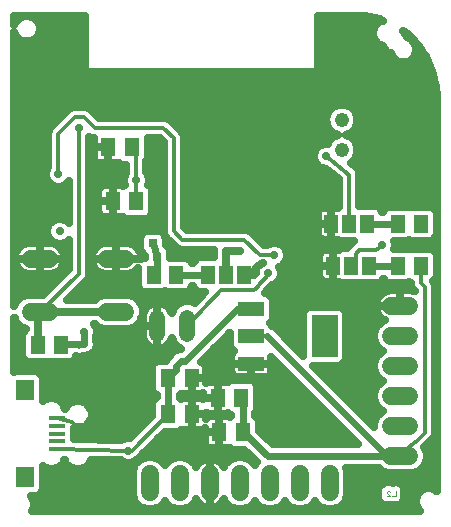
<source format=gbl>
G75*
%MOIN*%
%OFA0B0*%
%FSLAX25Y25*%
%IPPOS*%
%LPD*%
%AMOC8*
5,1,8,0,0,1.08239X$1,22.5*
%
%ADD10C,0.00200*%
%ADD11C,0.06000*%
%ADD12R,0.05118X0.06299*%
%ADD13C,0.04800*%
%ADD14R,0.05118X0.05906*%
%ADD15R,0.04600X0.06300*%
%ADD16R,0.08799X0.04799*%
%ADD17R,0.08661X0.14173*%
%ADD18R,0.05906X0.07087*%
%ADD19R,0.05512X0.01575*%
%ADD20C,0.05400*%
%ADD21C,0.02500*%
%ADD22C,0.01200*%
%ADD23C,0.02900*%
%ADD24C,0.02778*%
%ADD25R,0.02900X0.02900*%
%ADD26C,0.02400*%
%ADD27C,0.02200*%
D10*
X0167840Y0044533D02*
X0169041Y0044533D01*
X0167840Y0045734D01*
X0167840Y0046034D01*
X0168140Y0046335D01*
X0168741Y0046335D01*
X0169041Y0046034D01*
X0169681Y0044533D02*
X0170883Y0044533D01*
X0170883Y0046335D01*
D11*
X0169433Y0057933D02*
X0175433Y0057933D01*
X0175433Y0067933D02*
X0169433Y0067933D01*
X0169433Y0077933D02*
X0175433Y0077933D01*
X0175433Y0087933D02*
X0169433Y0087933D01*
X0169433Y0097933D02*
X0175433Y0097933D01*
X0175433Y0107933D02*
X0169433Y0107933D01*
X0148933Y0051933D02*
X0148933Y0045933D01*
X0138933Y0045933D02*
X0138933Y0051933D01*
X0128933Y0051933D02*
X0128933Y0045933D01*
X0118933Y0045933D02*
X0118933Y0051933D01*
X0108933Y0051933D02*
X0108933Y0045933D01*
X0098933Y0045933D02*
X0098933Y0051933D01*
X0088933Y0051933D02*
X0088933Y0045933D01*
X0080733Y0106033D02*
X0074733Y0106033D01*
X0074733Y0123833D02*
X0080733Y0123833D01*
X0055133Y0123833D02*
X0049133Y0123833D01*
X0049133Y0106033D02*
X0055133Y0106033D01*
D12*
X0076496Y0142933D03*
X0084370Y0142933D03*
X0082870Y0160933D03*
X0074996Y0160933D03*
X0094996Y0083933D03*
X0102870Y0083933D03*
X0111496Y0077433D03*
X0119370Y0077433D03*
X0119870Y0065933D03*
X0111996Y0065933D03*
X0102870Y0071933D03*
X0094996Y0071933D03*
D13*
X0152933Y0159933D03*
X0152933Y0169933D03*
D14*
X0171693Y0135433D03*
X0179173Y0135433D03*
X0179173Y0121433D03*
X0171693Y0121433D03*
X0097673Y0118433D03*
X0090193Y0118433D03*
X0059173Y0094933D03*
X0051693Y0094933D03*
D15*
X0108433Y0118433D03*
X0114433Y0118433D03*
X0120433Y0118433D03*
X0149933Y0121433D03*
X0155933Y0121433D03*
X0161933Y0121433D03*
X0161433Y0135433D03*
X0155433Y0135433D03*
X0149433Y0135433D03*
D16*
X0122732Y0107031D03*
X0122732Y0097933D03*
X0122732Y0088835D03*
D17*
X0147134Y0097933D03*
D18*
X0047433Y0050929D03*
X0047433Y0079937D03*
D19*
X0058063Y0070551D03*
X0058063Y0067992D03*
X0058063Y0065433D03*
X0058063Y0062874D03*
X0058063Y0060315D03*
D20*
X0091433Y0098733D02*
X0091433Y0104133D01*
X0101433Y0104133D02*
X0101433Y0098733D01*
D21*
X0099325Y0093707D02*
X0098346Y0094113D01*
X0096813Y0095646D01*
X0096153Y0097240D01*
X0096020Y0096833D01*
X0095667Y0096139D01*
X0095209Y0095508D01*
X0094658Y0094957D01*
X0094027Y0094499D01*
X0093333Y0094146D01*
X0092592Y0093905D01*
X0091823Y0093783D01*
X0091433Y0093783D01*
X0091433Y0101433D01*
X0091433Y0101433D01*
X0086483Y0101433D01*
X0086483Y0098343D01*
X0086605Y0097574D01*
X0086846Y0096833D01*
X0087199Y0096139D01*
X0087657Y0095508D01*
X0088208Y0094957D01*
X0088839Y0094499D01*
X0089533Y0094146D01*
X0090274Y0093905D01*
X0091043Y0093783D01*
X0091433Y0093783D01*
X0091433Y0101433D01*
X0091433Y0101433D01*
X0086483Y0101433D01*
X0086483Y0104523D01*
X0086605Y0105292D01*
X0086846Y0106033D01*
X0087199Y0106727D01*
X0087657Y0107358D01*
X0088208Y0107909D01*
X0088839Y0108367D01*
X0089533Y0108720D01*
X0090274Y0108961D01*
X0091043Y0109083D01*
X0091433Y0109083D01*
X0091433Y0101433D01*
X0091433Y0101433D01*
X0091433Y0109083D01*
X0091823Y0109083D01*
X0092592Y0108961D01*
X0093333Y0108720D01*
X0094027Y0108367D01*
X0094658Y0107909D01*
X0095209Y0107358D01*
X0095667Y0106727D01*
X0096020Y0106033D01*
X0096153Y0105626D01*
X0096813Y0107220D01*
X0098346Y0108753D01*
X0100349Y0109583D01*
X0102517Y0109583D01*
X0104007Y0108966D01*
X0107423Y0112533D01*
X0105586Y0112533D01*
X0104575Y0112952D01*
X0103802Y0113725D01*
X0103446Y0114583D01*
X0102837Y0114583D01*
X0102564Y0113923D01*
X0101790Y0113149D01*
X0100779Y0112730D01*
X0094567Y0112730D01*
X0093933Y0112993D01*
X0093299Y0112730D01*
X0087087Y0112730D01*
X0086076Y0113149D01*
X0085303Y0113923D01*
X0084884Y0114933D01*
X0084884Y0120614D01*
X0084738Y0120413D01*
X0084153Y0119829D01*
X0083485Y0119343D01*
X0082748Y0118968D01*
X0081962Y0118712D01*
X0081146Y0118583D01*
X0077733Y0118583D01*
X0077733Y0123833D01*
X0077733Y0123833D01*
X0069483Y0123833D01*
X0069483Y0123420D01*
X0069612Y0122604D01*
X0069868Y0121818D01*
X0070243Y0121081D01*
X0070729Y0120413D01*
X0071313Y0119829D01*
X0071981Y0119343D01*
X0072718Y0118968D01*
X0073504Y0118712D01*
X0074320Y0118583D01*
X0077733Y0118583D01*
X0077733Y0123833D01*
X0077733Y0123833D01*
X0081996Y0123833D01*
X0085598Y0125848D02*
X0085223Y0126585D01*
X0084738Y0127253D01*
X0084153Y0127838D01*
X0083485Y0128323D01*
X0082748Y0128698D01*
X0081962Y0128954D01*
X0081146Y0129083D01*
X0077733Y0129083D01*
X0074320Y0129083D01*
X0073504Y0128954D01*
X0072718Y0128698D01*
X0071981Y0128323D01*
X0071313Y0127838D01*
X0070729Y0127253D01*
X0070243Y0126585D01*
X0069868Y0125848D01*
X0069612Y0125062D01*
X0069483Y0124246D01*
X0069483Y0123833D01*
X0077733Y0123833D01*
X0077733Y0129083D01*
X0077733Y0123833D01*
X0077733Y0123833D01*
X0077733Y0123833D01*
X0085983Y0123833D01*
X0085983Y0123624D01*
X0086076Y0123717D01*
X0087087Y0124136D01*
X0087233Y0124136D01*
X0087233Y0124542D01*
X0087047Y0125102D01*
X0086925Y0125152D01*
X0086152Y0125925D01*
X0085733Y0126936D01*
X0085733Y0130930D01*
X0086152Y0131941D01*
X0086925Y0132714D01*
X0087936Y0133133D01*
X0091930Y0133133D01*
X0092941Y0132714D01*
X0093714Y0131941D01*
X0094133Y0130930D01*
X0094133Y0128824D01*
X0094320Y0128265D01*
X0094441Y0128214D01*
X0095214Y0127441D01*
X0095633Y0126430D01*
X0095633Y0124136D01*
X0100779Y0124136D01*
X0101790Y0123717D01*
X0102564Y0122944D01*
X0102837Y0122283D01*
X0103446Y0122283D01*
X0103802Y0123141D01*
X0104575Y0123914D01*
X0105586Y0124333D01*
X0110433Y0124333D01*
X0110433Y0126733D01*
X0099117Y0126733D01*
X0097885Y0127243D01*
X0096943Y0128185D01*
X0094093Y0131035D01*
X0093583Y0132267D01*
X0093583Y0162545D01*
X0092045Y0164083D01*
X0088179Y0164083D01*
X0088179Y0157236D01*
X0087783Y0156280D01*
X0087783Y0152523D01*
X0087994Y0152312D01*
X0088633Y0150769D01*
X0088633Y0149098D01*
X0088370Y0148462D01*
X0088487Y0148414D01*
X0089260Y0147640D01*
X0089679Y0146630D01*
X0089679Y0139236D01*
X0089260Y0138226D01*
X0088487Y0137452D01*
X0087476Y0137033D01*
X0081264Y0137033D01*
X0080253Y0137452D01*
X0079984Y0137722D01*
X0079924Y0137687D01*
X0079351Y0137533D01*
X0076526Y0137533D01*
X0076526Y0142903D01*
X0076467Y0142903D01*
X0076467Y0137533D01*
X0073641Y0137533D01*
X0073069Y0137687D01*
X0072555Y0137983D01*
X0072137Y0138402D01*
X0071840Y0138915D01*
X0071687Y0139487D01*
X0071687Y0142904D01*
X0076466Y0142904D01*
X0076466Y0142963D01*
X0071687Y0142963D01*
X0071687Y0146379D01*
X0071840Y0146951D01*
X0072137Y0147464D01*
X0072555Y0147883D01*
X0073069Y0148179D01*
X0073641Y0148333D01*
X0076467Y0148333D01*
X0076467Y0142963D01*
X0076526Y0142963D01*
X0076526Y0148333D01*
X0079351Y0148333D01*
X0079924Y0148179D01*
X0079984Y0148145D01*
X0080253Y0148414D01*
X0080478Y0148507D01*
X0080233Y0149098D01*
X0080233Y0150769D01*
X0080872Y0152312D01*
X0081083Y0152523D01*
X0081083Y0155033D01*
X0079764Y0155033D01*
X0078753Y0155452D01*
X0078484Y0155722D01*
X0078424Y0155687D01*
X0077851Y0155533D01*
X0075026Y0155533D01*
X0075026Y0160903D01*
X0074967Y0160903D01*
X0074967Y0155533D01*
X0072141Y0155533D01*
X0071569Y0155687D01*
X0071055Y0155983D01*
X0070637Y0156402D01*
X0070340Y0156915D01*
X0070187Y0157487D01*
X0070187Y0160904D01*
X0074966Y0160904D01*
X0074966Y0160963D01*
X0070187Y0160963D01*
X0070187Y0164083D01*
X0069787Y0164083D01*
X0068783Y0164499D01*
X0068783Y0119466D01*
X0068795Y0119435D01*
X0068783Y0118801D01*
X0068783Y0118167D01*
X0068770Y0118136D01*
X0068770Y0118103D01*
X0068516Y0117521D01*
X0068273Y0116935D01*
X0068250Y0116912D01*
X0068236Y0116881D01*
X0067779Y0116442D01*
X0067331Y0115993D01*
X0067300Y0115980D01*
X0061120Y0110033D01*
X0070601Y0110033D01*
X0071476Y0110908D01*
X0073589Y0111783D01*
X0081877Y0111783D01*
X0083990Y0110908D01*
X0085608Y0109290D01*
X0086483Y0107177D01*
X0086483Y0104889D01*
X0085608Y0102776D01*
X0083990Y0101158D01*
X0081877Y0100283D01*
X0073589Y0100283D01*
X0071476Y0101158D01*
X0070601Y0102033D01*
X0070273Y0102033D01*
X0070494Y0101812D01*
X0071133Y0100269D01*
X0071133Y0098598D01*
X0070883Y0097994D01*
X0070883Y0096872D01*
X0071133Y0096269D01*
X0071133Y0094598D01*
X0070494Y0093054D01*
X0069312Y0091872D01*
X0067769Y0091233D01*
X0066462Y0091233D01*
X0066099Y0091083D01*
X0064767Y0091083D01*
X0064400Y0091235D01*
X0064064Y0090423D01*
X0063290Y0089649D01*
X0062279Y0089230D01*
X0056067Y0089230D01*
X0055433Y0089493D01*
X0054799Y0089230D01*
X0048587Y0089230D01*
X0047576Y0089649D01*
X0046803Y0090423D01*
X0046384Y0091433D01*
X0046384Y0098433D01*
X0046803Y0099444D01*
X0047576Y0100217D01*
X0047693Y0100266D01*
X0047693Y0100406D01*
X0045876Y0101158D01*
X0044258Y0102776D01*
X0043783Y0103924D01*
X0043783Y0086168D01*
X0043933Y0086230D01*
X0050933Y0086230D01*
X0051944Y0085812D01*
X0052717Y0085038D01*
X0053136Y0084027D01*
X0053136Y0076210D01*
X0053589Y0076663D01*
X0055215Y0077337D01*
X0056974Y0077337D01*
X0058600Y0076663D01*
X0059844Y0075419D01*
X0060518Y0073793D01*
X0060518Y0073589D01*
X0060770Y0073589D01*
X0061100Y0074384D01*
X0062372Y0075656D01*
X0064034Y0076344D01*
X0065832Y0076344D01*
X0067494Y0075656D01*
X0068766Y0074384D01*
X0069455Y0072722D01*
X0069455Y0070923D01*
X0068766Y0069262D01*
X0067494Y0067990D01*
X0065832Y0067301D01*
X0064034Y0067301D01*
X0063569Y0067494D01*
X0063569Y0063550D01*
X0079316Y0063217D01*
X0079422Y0063324D01*
X0080943Y0063954D01*
X0082279Y0063954D01*
X0089687Y0071362D01*
X0089687Y0075630D01*
X0090106Y0076640D01*
X0090879Y0077414D01*
X0091146Y0077525D01*
X0091146Y0078342D01*
X0090879Y0078452D01*
X0090106Y0079226D01*
X0089687Y0080236D01*
X0089687Y0087630D01*
X0090106Y0088640D01*
X0090879Y0089414D01*
X0091890Y0089833D01*
X0094237Y0089833D01*
X0094447Y0090340D01*
X0095530Y0091423D01*
X0095530Y0091423D01*
X0095970Y0091864D01*
X0095970Y0091864D01*
X0097053Y0092947D01*
X0098468Y0093533D01*
X0099151Y0093533D01*
X0099325Y0093707D01*
X0098862Y0093899D02*
X0092554Y0093899D01*
X0091433Y0093899D02*
X0091433Y0093899D01*
X0090313Y0093899D02*
X0070844Y0093899D01*
X0071080Y0096397D02*
X0087068Y0096397D01*
X0086483Y0098896D02*
X0071133Y0098896D01*
X0071240Y0101394D02*
X0070667Y0101394D01*
X0077733Y0106033D02*
X0052133Y0106033D01*
X0051693Y0106033D01*
X0051693Y0094933D01*
X0046384Y0093899D02*
X0043783Y0093899D01*
X0043783Y0096397D02*
X0046384Y0096397D01*
X0046576Y0098896D02*
X0043783Y0098896D01*
X0043783Y0101394D02*
X0045640Y0101394D01*
X0043796Y0103893D02*
X0043783Y0103893D01*
X0043783Y0108142D02*
X0043783Y0199346D01*
X0044330Y0198026D01*
X0045526Y0196830D01*
X0047088Y0196183D01*
X0048778Y0196183D01*
X0050340Y0196830D01*
X0051536Y0198026D01*
X0052183Y0199588D01*
X0052183Y0201278D01*
X0051536Y0202840D01*
X0050340Y0204036D01*
X0048778Y0204683D01*
X0047088Y0204683D01*
X0045526Y0204036D01*
X0044330Y0202840D01*
X0043783Y0201520D01*
X0043783Y0204784D01*
X0067433Y0204784D01*
X0067433Y0185933D01*
X0144933Y0185933D01*
X0144933Y0204784D01*
X0157835Y0204784D01*
X0160468Y0204633D01*
X0165630Y0203561D01*
X0166555Y0203169D01*
X0165026Y0202536D01*
X0163830Y0201340D01*
X0163183Y0199778D01*
X0163183Y0198088D01*
X0163830Y0196526D01*
X0165026Y0195330D01*
X0166552Y0194698D01*
X0166830Y0194026D01*
X0168026Y0192830D01*
X0169302Y0192302D01*
X0169830Y0191026D01*
X0171026Y0189830D01*
X0172588Y0189183D01*
X0174278Y0189183D01*
X0175840Y0189830D01*
X0177036Y0191026D01*
X0177683Y0192588D01*
X0177683Y0194278D01*
X0177036Y0195840D01*
X0175840Y0197036D01*
X0174565Y0197565D01*
X0174036Y0198840D01*
X0173263Y0199613D01*
X0174844Y0198538D01*
X0178541Y0194780D01*
X0181434Y0190372D01*
X0183411Y0185484D01*
X0184397Y0180305D01*
X0184504Y0177670D01*
X0184504Y0177654D01*
X0184499Y0177001D01*
X0184504Y0176988D01*
X0184504Y0046372D01*
X0184340Y0046536D01*
X0182778Y0047183D01*
X0181088Y0047183D01*
X0179526Y0046536D01*
X0178330Y0045340D01*
X0177683Y0043778D01*
X0177683Y0042088D01*
X0178330Y0040526D01*
X0179073Y0039783D01*
X0049643Y0039783D01*
X0050183Y0041088D01*
X0050183Y0042778D01*
X0049536Y0044340D01*
X0049241Y0044636D01*
X0050933Y0044636D01*
X0051944Y0045054D01*
X0052717Y0045828D01*
X0053136Y0046839D01*
X0053136Y0054656D01*
X0053589Y0054203D01*
X0055215Y0053530D01*
X0056974Y0053530D01*
X0058600Y0054203D01*
X0059844Y0055447D01*
X0060395Y0056778D01*
X0060563Y0056778D01*
X0061100Y0055482D01*
X0062372Y0054210D01*
X0064034Y0053522D01*
X0065832Y0053522D01*
X0067494Y0054210D01*
X0068766Y0055482D01*
X0069282Y0056728D01*
X0079210Y0056518D01*
X0079422Y0056306D01*
X0080943Y0055676D01*
X0082590Y0055676D01*
X0084111Y0056306D01*
X0085276Y0057470D01*
X0085279Y0057478D01*
X0093834Y0066033D01*
X0098102Y0066033D01*
X0099113Y0066452D01*
X0099382Y0066722D01*
X0099443Y0066687D01*
X0100015Y0066533D01*
X0102841Y0066533D01*
X0102841Y0071903D01*
X0102900Y0071903D01*
X0102900Y0066533D01*
X0105725Y0066533D01*
X0106298Y0066687D01*
X0106811Y0066983D01*
X0107187Y0067359D01*
X0107187Y0065963D01*
X0111966Y0065963D01*
X0111966Y0065904D01*
X0107187Y0065904D01*
X0107187Y0062487D01*
X0107340Y0061915D01*
X0107637Y0061402D01*
X0108055Y0060983D01*
X0108569Y0060687D01*
X0109141Y0060533D01*
X0111967Y0060533D01*
X0111967Y0065903D01*
X0112026Y0065903D01*
X0112026Y0060533D01*
X0114851Y0060533D01*
X0115424Y0060687D01*
X0115484Y0060722D01*
X0115753Y0060452D01*
X0116764Y0060033D01*
X0120375Y0060033D01*
X0124768Y0055899D01*
X0124058Y0055190D01*
X0123933Y0054887D01*
X0123808Y0055190D01*
X0122190Y0056808D01*
X0120077Y0057683D01*
X0117789Y0057683D01*
X0115676Y0056808D01*
X0114058Y0055190D01*
X0113658Y0054224D01*
X0113423Y0054685D01*
X0112938Y0055353D01*
X0112353Y0055938D01*
X0111685Y0056423D01*
X0110948Y0056798D01*
X0110162Y0057054D01*
X0109346Y0057183D01*
X0108933Y0057183D01*
X0108520Y0057183D01*
X0107704Y0057054D01*
X0106918Y0056798D01*
X0106181Y0056423D01*
X0105513Y0055938D01*
X0104929Y0055353D01*
X0104443Y0054685D01*
X0104208Y0054224D01*
X0103808Y0055190D01*
X0102190Y0056808D01*
X0100077Y0057683D01*
X0097789Y0057683D01*
X0095676Y0056808D01*
X0094058Y0055190D01*
X0093933Y0054887D01*
X0093808Y0055190D01*
X0092190Y0056808D01*
X0090077Y0057683D01*
X0087789Y0057683D01*
X0085676Y0056808D01*
X0084058Y0055190D01*
X0083183Y0053077D01*
X0083183Y0044789D01*
X0084058Y0042676D01*
X0085676Y0041058D01*
X0087789Y0040183D01*
X0090077Y0040183D01*
X0092190Y0041058D01*
X0093808Y0042676D01*
X0093933Y0042979D01*
X0094058Y0042676D01*
X0095676Y0041058D01*
X0097789Y0040183D01*
X0100077Y0040183D01*
X0102190Y0041058D01*
X0103808Y0042676D01*
X0104208Y0043642D01*
X0104443Y0043181D01*
X0104929Y0042513D01*
X0105513Y0041929D01*
X0106181Y0041443D01*
X0106918Y0041068D01*
X0107704Y0040812D01*
X0108520Y0040683D01*
X0108933Y0040683D01*
X0108933Y0048933D01*
X0108933Y0048933D01*
X0108933Y0040683D01*
X0109346Y0040683D01*
X0110162Y0040812D01*
X0110948Y0041068D01*
X0111685Y0041443D01*
X0112353Y0041929D01*
X0112938Y0042513D01*
X0113423Y0043181D01*
X0113658Y0043642D01*
X0114058Y0042676D01*
X0115676Y0041058D01*
X0117789Y0040183D01*
X0120077Y0040183D01*
X0122190Y0041058D01*
X0123808Y0042676D01*
X0123933Y0042979D01*
X0124058Y0042676D01*
X0125676Y0041058D01*
X0127789Y0040183D01*
X0130077Y0040183D01*
X0132190Y0041058D01*
X0133808Y0042676D01*
X0133933Y0042979D01*
X0134058Y0042676D01*
X0135676Y0041058D01*
X0137789Y0040183D01*
X0140077Y0040183D01*
X0142190Y0041058D01*
X0143808Y0042676D01*
X0143933Y0042979D01*
X0144058Y0042676D01*
X0145676Y0041058D01*
X0147789Y0040183D01*
X0150077Y0040183D01*
X0152190Y0041058D01*
X0153808Y0042676D01*
X0154683Y0044789D01*
X0154683Y0053077D01*
X0154308Y0053983D01*
X0165251Y0053983D01*
X0166176Y0053058D01*
X0168289Y0052183D01*
X0176577Y0052183D01*
X0178690Y0053058D01*
X0180308Y0054676D01*
X0181183Y0056789D01*
X0181183Y0059077D01*
X0180405Y0060955D01*
X0182431Y0062981D01*
X0183373Y0063923D01*
X0183883Y0065154D01*
X0183883Y0115097D01*
X0183401Y0116260D01*
X0184064Y0116923D01*
X0184482Y0117933D01*
X0184482Y0124933D01*
X0184064Y0125944D01*
X0183290Y0126717D01*
X0182279Y0127136D01*
X0176067Y0127136D01*
X0175433Y0126873D01*
X0174799Y0127136D01*
X0170442Y0127136D01*
X0170633Y0127598D01*
X0170633Y0129269D01*
X0170442Y0129730D01*
X0174799Y0129730D01*
X0175433Y0129993D01*
X0176067Y0129730D01*
X0182279Y0129730D01*
X0183290Y0130149D01*
X0184064Y0130923D01*
X0184482Y0131933D01*
X0184482Y0138933D01*
X0184064Y0139944D01*
X0183290Y0140717D01*
X0182279Y0141136D01*
X0176067Y0141136D01*
X0175433Y0140873D01*
X0174799Y0141136D01*
X0168587Y0141136D01*
X0167576Y0140717D01*
X0166803Y0139944D01*
X0166529Y0139283D01*
X0166420Y0139283D01*
X0166064Y0140141D01*
X0165291Y0140914D01*
X0164280Y0141333D01*
X0158783Y0141333D01*
X0158783Y0151303D01*
X0158835Y0151483D01*
X0158783Y0151965D01*
X0158783Y0152449D01*
X0158712Y0152622D01*
X0158691Y0152808D01*
X0158459Y0153233D01*
X0158273Y0153681D01*
X0158141Y0153813D01*
X0158051Y0153976D01*
X0157673Y0154280D01*
X0157331Y0154623D01*
X0157158Y0154695D01*
X0155949Y0155666D01*
X0157299Y0157016D01*
X0158083Y0158909D01*
X0158083Y0160957D01*
X0157299Y0162850D01*
X0155850Y0164299D01*
X0154320Y0164933D01*
X0155850Y0165567D01*
X0157299Y0167016D01*
X0158083Y0168909D01*
X0158083Y0170957D01*
X0157299Y0172850D01*
X0155850Y0174299D01*
X0153957Y0175083D01*
X0151909Y0175083D01*
X0150016Y0174299D01*
X0148567Y0172850D01*
X0147783Y0170957D01*
X0147783Y0168909D01*
X0148567Y0167016D01*
X0150016Y0165567D01*
X0151547Y0164933D01*
X0150016Y0164299D01*
X0148567Y0162850D01*
X0148270Y0162133D01*
X0146948Y0162133D01*
X0145404Y0161494D01*
X0144222Y0160312D01*
X0143583Y0158769D01*
X0143583Y0157098D01*
X0144222Y0155554D01*
X0145404Y0154372D01*
X0146948Y0153733D01*
X0147661Y0153733D01*
X0152083Y0150178D01*
X0152083Y0141125D01*
X0151575Y0140914D01*
X0151494Y0140833D01*
X0149433Y0140833D01*
X0146837Y0140833D01*
X0146265Y0140680D01*
X0145752Y0140384D01*
X0145333Y0139965D01*
X0145036Y0139452D01*
X0144883Y0138879D01*
X0144883Y0135433D01*
X0144883Y0131987D01*
X0145036Y0131415D01*
X0145333Y0130902D01*
X0145752Y0130483D01*
X0146265Y0130186D01*
X0146837Y0130033D01*
X0149433Y0130033D01*
X0149433Y0135433D01*
X0149433Y0135433D01*
X0144883Y0135433D01*
X0149433Y0135433D01*
X0149433Y0135433D01*
X0149433Y0130033D01*
X0151494Y0130033D01*
X0151575Y0129952D01*
X0152586Y0129533D01*
X0156890Y0129533D01*
X0156866Y0129523D01*
X0155923Y0128581D01*
X0154693Y0127351D01*
X0154686Y0127333D01*
X0153086Y0127333D01*
X0152075Y0126914D01*
X0151994Y0126833D01*
X0149933Y0126833D01*
X0147337Y0126833D01*
X0146765Y0126680D01*
X0146252Y0126384D01*
X0145833Y0125965D01*
X0145536Y0125452D01*
X0145383Y0124879D01*
X0145383Y0121433D01*
X0145383Y0117987D01*
X0145536Y0117415D01*
X0145833Y0116902D01*
X0146252Y0116483D01*
X0146765Y0116186D01*
X0147337Y0116033D01*
X0149933Y0116033D01*
X0149933Y0121433D01*
X0149933Y0121433D01*
X0145383Y0121433D01*
X0149933Y0121433D01*
X0149933Y0121433D01*
X0149933Y0116033D01*
X0151994Y0116033D01*
X0152075Y0115952D01*
X0153086Y0115533D01*
X0158780Y0115533D01*
X0158933Y0115596D01*
X0159086Y0115533D01*
X0164780Y0115533D01*
X0165791Y0115952D01*
X0166564Y0116725D01*
X0166724Y0117111D01*
X0166803Y0116923D01*
X0167576Y0116149D01*
X0168587Y0115730D01*
X0174799Y0115730D01*
X0175433Y0115993D01*
X0175823Y0115831D01*
X0175823Y0115124D01*
X0176333Y0113893D01*
X0177183Y0113043D01*
X0177183Y0112885D01*
X0176662Y0113054D01*
X0175846Y0113183D01*
X0172433Y0113183D01*
X0169020Y0113183D01*
X0168204Y0113054D01*
X0167418Y0112798D01*
X0166681Y0112423D01*
X0166013Y0111938D01*
X0165429Y0111353D01*
X0164943Y0110685D01*
X0164568Y0109948D01*
X0164312Y0109162D01*
X0164183Y0108346D01*
X0164183Y0107933D01*
X0164183Y0107520D01*
X0164312Y0106704D01*
X0164568Y0105918D01*
X0164943Y0105181D01*
X0165429Y0104513D01*
X0166013Y0103929D01*
X0166681Y0103443D01*
X0167142Y0103208D01*
X0166176Y0102808D01*
X0164558Y0101190D01*
X0163683Y0099077D01*
X0163683Y0096789D01*
X0164558Y0094676D01*
X0166176Y0093058D01*
X0166479Y0092933D01*
X0166176Y0092808D01*
X0164558Y0091190D01*
X0163683Y0089077D01*
X0163683Y0086789D01*
X0164558Y0084676D01*
X0166176Y0083058D01*
X0166479Y0082933D01*
X0166176Y0082808D01*
X0164558Y0081190D01*
X0163683Y0079077D01*
X0163683Y0076789D01*
X0164558Y0074676D01*
X0166176Y0073058D01*
X0166479Y0072933D01*
X0166176Y0072808D01*
X0164558Y0071190D01*
X0163683Y0069077D01*
X0163683Y0067769D01*
X0143356Y0088096D01*
X0152012Y0088096D01*
X0153022Y0088515D01*
X0153796Y0089289D01*
X0154215Y0090299D01*
X0154215Y0105567D01*
X0153796Y0106577D01*
X0153022Y0107351D01*
X0152012Y0107770D01*
X0142256Y0107770D01*
X0141245Y0107351D01*
X0140472Y0106577D01*
X0140053Y0105567D01*
X0140053Y0091399D01*
X0130171Y0101282D01*
X0129621Y0101509D01*
X0129463Y0101890D01*
X0128871Y0102482D01*
X0129463Y0103074D01*
X0129882Y0104085D01*
X0129882Y0109978D01*
X0129463Y0110989D01*
X0128690Y0111762D01*
X0127679Y0112181D01*
X0127339Y0112181D01*
X0127673Y0112516D01*
X0127970Y0113232D01*
X0129726Y0114989D01*
X0130778Y0115424D01*
X0131942Y0116589D01*
X0132572Y0118110D01*
X0132572Y0119756D01*
X0132036Y0121051D01*
X0132812Y0121372D01*
X0133994Y0122554D01*
X0134633Y0124098D01*
X0134633Y0125769D01*
X0133994Y0127312D01*
X0132812Y0128494D01*
X0131269Y0129133D01*
X0129598Y0129133D01*
X0128054Y0128494D01*
X0127843Y0128283D01*
X0126983Y0128283D01*
X0123285Y0131981D01*
X0122343Y0132923D01*
X0121111Y0133433D01*
X0101171Y0133433D01*
X0100283Y0134321D01*
X0100283Y0164599D01*
X0099773Y0165831D01*
X0098831Y0166773D01*
X0096273Y0169331D01*
X0095331Y0170273D01*
X0094099Y0170783D01*
X0071841Y0170783D01*
X0068801Y0173823D01*
X0067570Y0174333D01*
X0063296Y0174333D01*
X0062065Y0173823D01*
X0055593Y0167351D01*
X0055083Y0166120D01*
X0055083Y0154523D01*
X0054872Y0154312D01*
X0054233Y0152769D01*
X0054233Y0151098D01*
X0054872Y0149554D01*
X0056054Y0148372D01*
X0057598Y0147733D01*
X0059269Y0147733D01*
X0060812Y0148372D01*
X0061994Y0149554D01*
X0062083Y0149770D01*
X0062083Y0135723D01*
X0061312Y0136494D01*
X0059769Y0137133D01*
X0058098Y0137133D01*
X0056554Y0136494D01*
X0055372Y0135312D01*
X0054733Y0133769D01*
X0054733Y0132098D01*
X0055372Y0130554D01*
X0056554Y0129372D01*
X0058098Y0128733D01*
X0059769Y0128733D01*
X0061312Y0129372D01*
X0062083Y0130143D01*
X0062083Y0120258D01*
X0053277Y0111783D01*
X0047989Y0111783D01*
X0045876Y0110908D01*
X0044258Y0109290D01*
X0043783Y0108142D01*
X0043783Y0108890D02*
X0044093Y0108890D01*
X0043783Y0111388D02*
X0047037Y0111388D01*
X0043783Y0113887D02*
X0055463Y0113887D01*
X0058059Y0116385D02*
X0043783Y0116385D01*
X0043783Y0118884D02*
X0047376Y0118884D01*
X0047118Y0118968D02*
X0047904Y0118712D01*
X0048720Y0118583D01*
X0052133Y0118583D01*
X0052133Y0123833D01*
X0052133Y0123833D01*
X0043883Y0123833D01*
X0043883Y0123420D01*
X0044012Y0122604D01*
X0044268Y0121818D01*
X0044643Y0121081D01*
X0045129Y0120413D01*
X0045713Y0119829D01*
X0046381Y0119343D01*
X0047118Y0118968D01*
X0044489Y0121382D02*
X0043783Y0121382D01*
X0043883Y0123833D02*
X0052133Y0123833D01*
X0052133Y0123833D01*
X0052133Y0118583D01*
X0055546Y0118583D01*
X0056362Y0118712D01*
X0057148Y0118968D01*
X0057885Y0119343D01*
X0058553Y0119829D01*
X0059138Y0120413D01*
X0059623Y0121081D01*
X0059998Y0121818D01*
X0060254Y0122604D01*
X0060383Y0123420D01*
X0060383Y0123833D01*
X0052133Y0123833D01*
X0052133Y0129083D01*
X0048720Y0129083D01*
X0047904Y0128954D01*
X0047118Y0128698D01*
X0046381Y0128323D01*
X0045713Y0127838D01*
X0045129Y0127253D01*
X0044643Y0126585D01*
X0044268Y0125848D01*
X0044012Y0125062D01*
X0043883Y0124246D01*
X0043883Y0123833D01*
X0043883Y0123881D02*
X0043783Y0123881D01*
X0043783Y0126379D02*
X0044538Y0126379D01*
X0043783Y0128878D02*
X0047670Y0128878D01*
X0052133Y0128878D02*
X0052133Y0128878D01*
X0052133Y0129083D02*
X0052133Y0123833D01*
X0052133Y0123833D01*
X0052133Y0123833D01*
X0060383Y0123833D01*
X0060383Y0124246D01*
X0060254Y0125062D01*
X0059998Y0125848D01*
X0059623Y0126585D01*
X0059138Y0127253D01*
X0058553Y0127838D01*
X0057885Y0128323D01*
X0057148Y0128698D01*
X0056362Y0128954D01*
X0055546Y0129083D01*
X0052133Y0129083D01*
X0055032Y0131377D02*
X0043783Y0131377D01*
X0043783Y0133875D02*
X0054777Y0133875D01*
X0056434Y0136374D02*
X0043783Y0136374D01*
X0043783Y0138872D02*
X0062083Y0138872D01*
X0062083Y0136374D02*
X0061432Y0136374D01*
X0062083Y0141371D02*
X0043783Y0141371D01*
X0043783Y0143869D02*
X0062083Y0143869D01*
X0062083Y0146368D02*
X0043783Y0146368D01*
X0043783Y0148866D02*
X0055560Y0148866D01*
X0054233Y0151365D02*
X0043783Y0151365D01*
X0043783Y0153863D02*
X0054686Y0153863D01*
X0055083Y0156362D02*
X0043783Y0156362D01*
X0043783Y0158860D02*
X0055083Y0158860D01*
X0055083Y0161359D02*
X0043783Y0161359D01*
X0043783Y0163857D02*
X0055083Y0163857D01*
X0055181Y0166356D02*
X0043783Y0166356D01*
X0043783Y0168854D02*
X0057096Y0168854D01*
X0059595Y0171353D02*
X0043783Y0171353D01*
X0043783Y0173851D02*
X0062133Y0173851D01*
X0068733Y0173851D02*
X0149568Y0173851D01*
X0147947Y0171353D02*
X0071272Y0171353D01*
X0070187Y0163857D02*
X0068783Y0163857D01*
X0068783Y0161359D02*
X0070187Y0161359D01*
X0070187Y0158860D02*
X0068783Y0158860D01*
X0068783Y0156362D02*
X0070677Y0156362D01*
X0068783Y0153863D02*
X0081083Y0153863D01*
X0080480Y0151365D02*
X0068783Y0151365D01*
X0068783Y0148866D02*
X0080329Y0148866D01*
X0076526Y0146368D02*
X0076467Y0146368D01*
X0076467Y0143869D02*
X0076526Y0143869D01*
X0076467Y0141371D02*
X0076526Y0141371D01*
X0076467Y0138872D02*
X0076526Y0138872D01*
X0071865Y0138872D02*
X0068783Y0138872D01*
X0068783Y0136374D02*
X0093583Y0136374D01*
X0093583Y0138872D02*
X0089528Y0138872D01*
X0089679Y0141371D02*
X0093583Y0141371D01*
X0093583Y0143869D02*
X0089679Y0143869D01*
X0089679Y0146368D02*
X0093583Y0146368D01*
X0093583Y0148866D02*
X0088537Y0148866D01*
X0088386Y0151365D02*
X0093583Y0151365D01*
X0093583Y0153863D02*
X0087783Y0153863D01*
X0087817Y0156362D02*
X0093583Y0156362D01*
X0093583Y0158860D02*
X0088179Y0158860D01*
X0088179Y0161359D02*
X0093583Y0161359D01*
X0092271Y0163857D02*
X0088179Y0163857D01*
X0096273Y0169331D02*
X0096273Y0169331D01*
X0096750Y0168854D02*
X0147806Y0168854D01*
X0149227Y0166356D02*
X0099248Y0166356D01*
X0100283Y0163857D02*
X0149574Y0163857D01*
X0145269Y0161359D02*
X0100283Y0161359D01*
X0100283Y0158860D02*
X0143621Y0158860D01*
X0143888Y0156362D02*
X0100283Y0156362D01*
X0100283Y0153863D02*
X0146634Y0153863D01*
X0150607Y0151365D02*
X0100283Y0151365D01*
X0100283Y0148866D02*
X0152083Y0148866D01*
X0152083Y0146368D02*
X0100283Y0146368D01*
X0100283Y0143869D02*
X0152083Y0143869D01*
X0152083Y0141371D02*
X0100283Y0141371D01*
X0100283Y0138872D02*
X0144883Y0138872D01*
X0144883Y0136374D02*
X0100283Y0136374D01*
X0100729Y0133875D02*
X0144883Y0133875D01*
X0145058Y0131377D02*
X0123889Y0131377D01*
X0126388Y0128878D02*
X0128982Y0128878D01*
X0131884Y0128878D02*
X0156221Y0128878D01*
X0149933Y0126833D02*
X0149933Y0121433D01*
X0149933Y0126833D01*
X0149933Y0126379D02*
X0149933Y0126379D01*
X0149933Y0123881D02*
X0149933Y0123881D01*
X0149933Y0121433D02*
X0149933Y0121433D01*
X0149933Y0121382D02*
X0149933Y0121382D01*
X0149933Y0118884D02*
X0149933Y0118884D01*
X0149933Y0116385D02*
X0149933Y0116385D01*
X0146420Y0116385D02*
X0131739Y0116385D01*
X0132572Y0118884D02*
X0145383Y0118884D01*
X0145383Y0121382D02*
X0132822Y0121382D01*
X0134543Y0123881D02*
X0145383Y0123881D01*
X0146248Y0126379D02*
X0134380Y0126379D01*
X0126494Y0122244D02*
X0124894Y0121248D01*
X0124294Y0120648D01*
X0124294Y0119032D01*
X0123814Y0118552D01*
X0123696Y0118433D02*
X0123695Y0118433D01*
X0120433Y0118433D01*
X0120433Y0118433D01*
X0123696Y0118433D01*
X0128625Y0113887D02*
X0176339Y0113887D01*
X0172433Y0113183D02*
X0172433Y0107933D01*
X0164183Y0107933D01*
X0172433Y0107933D01*
X0172433Y0107933D01*
X0172433Y0113183D01*
X0172433Y0111388D02*
X0172433Y0111388D01*
X0172433Y0108890D02*
X0172433Y0108890D01*
X0172433Y0107933D02*
X0172433Y0107933D01*
X0166062Y0103893D02*
X0154215Y0103893D01*
X0154215Y0101394D02*
X0164763Y0101394D01*
X0163683Y0098896D02*
X0154215Y0098896D01*
X0154215Y0096397D02*
X0163845Y0096397D01*
X0165336Y0093899D02*
X0154215Y0093899D01*
X0154215Y0091400D02*
X0164769Y0091400D01*
X0163683Y0088902D02*
X0153409Y0088902D01*
X0147547Y0083905D02*
X0165330Y0083905D01*
X0163843Y0086403D02*
X0145049Y0086403D01*
X0140052Y0091400D02*
X0140053Y0091400D01*
X0140053Y0093899D02*
X0137553Y0093899D01*
X0135055Y0096397D02*
X0140053Y0096397D01*
X0140053Y0098896D02*
X0132556Y0098896D01*
X0129899Y0101394D02*
X0140053Y0101394D01*
X0140053Y0103893D02*
X0129802Y0103893D01*
X0129882Y0106391D02*
X0140395Y0106391D01*
X0129882Y0108890D02*
X0164269Y0108890D01*
X0164414Y0106391D02*
X0153873Y0106391D01*
X0165464Y0111388D02*
X0129064Y0111388D01*
X0114433Y0118433D02*
X0114433Y0126433D01*
X0118933Y0126433D01*
X0110433Y0126379D02*
X0095633Y0126379D01*
X0096251Y0128878D02*
X0094133Y0128878D01*
X0093948Y0131377D02*
X0093952Y0131377D01*
X0093583Y0133875D02*
X0068783Y0133875D01*
X0068783Y0131377D02*
X0085918Y0131377D01*
X0085733Y0128878D02*
X0082196Y0128878D01*
X0085328Y0126379D02*
X0085964Y0126379D01*
X0085598Y0125848D02*
X0085854Y0125062D01*
X0085983Y0124246D01*
X0085983Y0123833D01*
X0077733Y0123833D01*
X0077733Y0123881D02*
X0077733Y0123881D01*
X0077733Y0126379D02*
X0077733Y0126379D01*
X0077733Y0128878D02*
X0077733Y0128878D01*
X0073270Y0128878D02*
X0068783Y0128878D01*
X0068783Y0126379D02*
X0070138Y0126379D01*
X0069483Y0123881D02*
X0068783Y0123881D01*
X0068783Y0121382D02*
X0070089Y0121382D01*
X0068785Y0118884D02*
X0072976Y0118884D01*
X0077733Y0118884D02*
X0077733Y0118884D01*
X0077733Y0121382D02*
X0077733Y0121382D01*
X0082491Y0118884D02*
X0084884Y0118884D01*
X0084884Y0116385D02*
X0067723Y0116385D01*
X0065125Y0113887D02*
X0085338Y0113887D01*
X0082830Y0111388D02*
X0106327Y0111388D01*
X0103735Y0113887D02*
X0102528Y0113887D01*
X0098676Y0108890D02*
X0092812Y0108890D01*
X0091433Y0108890D02*
X0091433Y0108890D01*
X0090055Y0108890D02*
X0085773Y0108890D01*
X0086483Y0106391D02*
X0087028Y0106391D01*
X0086483Y0103893D02*
X0086070Y0103893D01*
X0086483Y0101394D02*
X0084226Y0101394D01*
X0091433Y0101394D02*
X0091433Y0101394D01*
X0091433Y0098896D02*
X0091433Y0098896D01*
X0091433Y0096397D02*
X0091433Y0096397D01*
X0095798Y0096397D02*
X0096502Y0096397D01*
X0095507Y0091400D02*
X0068172Y0091400D01*
X0058854Y0076409D02*
X0090010Y0076409D01*
X0089687Y0073911D02*
X0068962Y0073911D01*
X0069455Y0071412D02*
X0089687Y0071412D01*
X0087239Y0068914D02*
X0068419Y0068914D01*
X0063569Y0066415D02*
X0084741Y0066415D01*
X0080854Y0063917D02*
X0063569Y0063917D01*
X0060711Y0056421D02*
X0060248Y0056421D01*
X0057923Y0053923D02*
X0063066Y0053923D01*
X0066801Y0053923D02*
X0083533Y0053923D01*
X0084226Y0056421D02*
X0085289Y0056421D01*
X0086720Y0058920D02*
X0121558Y0058920D01*
X0122577Y0056421D02*
X0124213Y0056421D01*
X0129937Y0061883D02*
X0125179Y0066361D01*
X0125179Y0069630D01*
X0124760Y0070640D01*
X0123987Y0071414D01*
X0123820Y0071483D01*
X0123820Y0072285D01*
X0124260Y0072726D01*
X0124679Y0073736D01*
X0124679Y0081130D01*
X0124260Y0082140D01*
X0123487Y0082914D01*
X0122476Y0083333D01*
X0116264Y0083333D01*
X0115253Y0082914D01*
X0114984Y0082645D01*
X0114924Y0082679D01*
X0114351Y0082833D01*
X0111526Y0082833D01*
X0111526Y0077463D01*
X0111467Y0077463D01*
X0111467Y0082833D01*
X0108641Y0082833D01*
X0108069Y0082679D01*
X0107679Y0082454D01*
X0107679Y0083904D01*
X0102900Y0083904D01*
X0102900Y0083963D01*
X0107679Y0083963D01*
X0107679Y0087379D01*
X0107526Y0087951D01*
X0107230Y0088464D01*
X0106811Y0088883D01*
X0106298Y0089179D01*
X0105816Y0089308D01*
X0115583Y0099075D01*
X0115583Y0094986D01*
X0116001Y0093976D01*
X0116775Y0093202D01*
X0117046Y0093090D01*
X0116951Y0093035D01*
X0116532Y0092616D01*
X0116236Y0092103D01*
X0116083Y0091530D01*
X0116083Y0088835D01*
X0122732Y0088835D01*
X0122732Y0088835D01*
X0116083Y0088835D01*
X0116083Y0086139D01*
X0116236Y0085567D01*
X0116532Y0085054D01*
X0116951Y0084635D01*
X0117464Y0084338D01*
X0118036Y0084185D01*
X0122732Y0084185D01*
X0122732Y0088835D01*
X0129382Y0088835D01*
X0129382Y0090898D01*
X0158397Y0061883D01*
X0129937Y0061883D01*
X0127776Y0063917D02*
X0156363Y0063917D01*
X0153865Y0066415D02*
X0125179Y0066415D01*
X0125179Y0068914D02*
X0151366Y0068914D01*
X0148868Y0071412D02*
X0123989Y0071412D01*
X0124679Y0073911D02*
X0146369Y0073911D01*
X0143871Y0076409D02*
X0124679Y0076409D01*
X0124679Y0078908D02*
X0141372Y0078908D01*
X0138874Y0081406D02*
X0124565Y0081406D01*
X0122732Y0084185D02*
X0127428Y0084185D01*
X0128000Y0084338D01*
X0128513Y0084635D01*
X0128932Y0085054D01*
X0129229Y0085567D01*
X0129382Y0086139D01*
X0129382Y0088835D01*
X0122732Y0088835D01*
X0122732Y0088835D01*
X0122732Y0088835D01*
X0122732Y0084185D01*
X0122732Y0086403D02*
X0122732Y0086403D01*
X0116083Y0086403D02*
X0107679Y0086403D01*
X0106778Y0088902D02*
X0116083Y0088902D01*
X0116083Y0091400D02*
X0107908Y0091400D01*
X0110407Y0093899D02*
X0116078Y0093899D01*
X0115583Y0096397D02*
X0112905Y0096397D01*
X0115404Y0098896D02*
X0115583Y0098896D01*
X0102900Y0083905D02*
X0136375Y0083905D01*
X0133877Y0086403D02*
X0129382Y0086403D01*
X0129382Y0088902D02*
X0131378Y0088902D01*
X0150046Y0081406D02*
X0164775Y0081406D01*
X0163683Y0078908D02*
X0152544Y0078908D01*
X0155043Y0076409D02*
X0163840Y0076409D01*
X0165324Y0073911D02*
X0157542Y0073911D01*
X0160040Y0071412D02*
X0164780Y0071412D01*
X0163683Y0068914D02*
X0162539Y0068914D01*
X0165312Y0053923D02*
X0154333Y0053923D01*
X0154683Y0051424D02*
X0184504Y0051424D01*
X0184504Y0048926D02*
X0172075Y0048926D01*
X0172497Y0048751D02*
X0171449Y0049185D01*
X0170316Y0049185D01*
X0169812Y0048976D01*
X0169308Y0049185D01*
X0169308Y0049185D01*
X0169308Y0049185D01*
X0168747Y0049185D01*
X0168174Y0049185D01*
X0168174Y0049185D01*
X0167573Y0049185D01*
X0166526Y0048751D01*
X0165724Y0047949D01*
X0165424Y0047649D01*
X0164990Y0046601D01*
X0164990Y0045167D01*
X0165004Y0045134D01*
X0164990Y0045100D01*
X0164990Y0043966D01*
X0165424Y0042919D01*
X0166226Y0042117D01*
X0167273Y0041683D01*
X0171449Y0041683D01*
X0172497Y0042117D01*
X0173299Y0042919D01*
X0173732Y0043966D01*
X0173732Y0045100D01*
X0173732Y0046902D01*
X0173299Y0047949D01*
X0172497Y0048751D01*
X0173732Y0046427D02*
X0179417Y0046427D01*
X0177745Y0043929D02*
X0173717Y0043929D01*
X0177955Y0041430D02*
X0152562Y0041430D01*
X0154327Y0043929D02*
X0165005Y0043929D01*
X0164990Y0046427D02*
X0154683Y0046427D01*
X0154683Y0048926D02*
X0166948Y0048926D01*
X0179554Y0053923D02*
X0184504Y0053923D01*
X0184504Y0056421D02*
X0181031Y0056421D01*
X0181183Y0058920D02*
X0184504Y0058920D01*
X0184504Y0061418D02*
X0180868Y0061418D01*
X0182431Y0062981D02*
X0182431Y0062981D01*
X0183367Y0063917D02*
X0184504Y0063917D01*
X0184504Y0066415D02*
X0183883Y0066415D01*
X0183883Y0068914D02*
X0184504Y0068914D01*
X0184504Y0071412D02*
X0183883Y0071412D01*
X0183883Y0073911D02*
X0184504Y0073911D01*
X0184504Y0076409D02*
X0183883Y0076409D01*
X0183883Y0078908D02*
X0184504Y0078908D01*
X0184504Y0081406D02*
X0183883Y0081406D01*
X0183883Y0083905D02*
X0184504Y0083905D01*
X0184504Y0086403D02*
X0183883Y0086403D01*
X0183883Y0088902D02*
X0184504Y0088902D01*
X0184504Y0091400D02*
X0183883Y0091400D01*
X0183883Y0093899D02*
X0184504Y0093899D01*
X0184504Y0096397D02*
X0183883Y0096397D01*
X0183883Y0098896D02*
X0184504Y0098896D01*
X0184504Y0101394D02*
X0183883Y0101394D01*
X0183883Y0103893D02*
X0184504Y0103893D01*
X0184504Y0106391D02*
X0183883Y0106391D01*
X0183883Y0108890D02*
X0184504Y0108890D01*
X0184504Y0111388D02*
X0183883Y0111388D01*
X0183883Y0113887D02*
X0184504Y0113887D01*
X0184504Y0116385D02*
X0183526Y0116385D01*
X0184482Y0118884D02*
X0184504Y0118884D01*
X0184482Y0121382D02*
X0184504Y0121382D01*
X0184482Y0123881D02*
X0184504Y0123881D01*
X0184504Y0126379D02*
X0183628Y0126379D01*
X0184504Y0128878D02*
X0170633Y0128878D01*
X0167340Y0116385D02*
X0166225Y0116385D01*
X0149433Y0131377D02*
X0149433Y0131377D01*
X0149433Y0133875D02*
X0149433Y0133875D01*
X0149433Y0135433D02*
X0149433Y0140833D01*
X0149433Y0135433D01*
X0149433Y0135433D01*
X0149433Y0136374D02*
X0149433Y0136374D01*
X0149433Y0138872D02*
X0149433Y0138872D01*
X0158783Y0141371D02*
X0184504Y0141371D01*
X0184482Y0138872D02*
X0184504Y0138872D01*
X0184482Y0136374D02*
X0184504Y0136374D01*
X0184482Y0133875D02*
X0184504Y0133875D01*
X0184504Y0131377D02*
X0184252Y0131377D01*
X0184504Y0143869D02*
X0158783Y0143869D01*
X0158783Y0146368D02*
X0184504Y0146368D01*
X0184504Y0148866D02*
X0158783Y0148866D01*
X0158801Y0151365D02*
X0184504Y0151365D01*
X0184504Y0153863D02*
X0158113Y0153863D01*
X0156645Y0156362D02*
X0184504Y0156362D01*
X0184504Y0158860D02*
X0158063Y0158860D01*
X0157917Y0161359D02*
X0184504Y0161359D01*
X0184504Y0163857D02*
X0156292Y0163857D01*
X0156639Y0166356D02*
X0184504Y0166356D01*
X0184504Y0168854D02*
X0158060Y0168854D01*
X0157919Y0171353D02*
X0184504Y0171353D01*
X0184504Y0173851D02*
X0156298Y0173851D01*
X0144933Y0186344D02*
X0183063Y0186344D01*
X0183723Y0183845D02*
X0043783Y0183845D01*
X0043783Y0181347D02*
X0184198Y0181347D01*
X0184456Y0178848D02*
X0043783Y0178848D01*
X0043783Y0176350D02*
X0184504Y0176350D01*
X0182052Y0188842D02*
X0144933Y0188842D01*
X0144933Y0191341D02*
X0169700Y0191341D01*
X0167016Y0193839D02*
X0144933Y0193839D01*
X0144933Y0196338D02*
X0164018Y0196338D01*
X0163183Y0198836D02*
X0144933Y0198836D01*
X0144933Y0201335D02*
X0163828Y0201335D01*
X0164320Y0203833D02*
X0144933Y0203833D01*
X0174038Y0198836D02*
X0174406Y0198836D01*
X0176539Y0196338D02*
X0177008Y0196338D01*
X0177683Y0193839D02*
X0179158Y0193839D01*
X0180798Y0191341D02*
X0177167Y0191341D01*
X0104542Y0123881D02*
X0101395Y0123881D01*
X0086472Y0123881D02*
X0085983Y0123881D01*
X0072637Y0111388D02*
X0062529Y0111388D01*
X0060655Y0118884D02*
X0056891Y0118884D01*
X0059777Y0121382D02*
X0062083Y0121382D01*
X0062083Y0123881D02*
X0060383Y0123881D01*
X0059728Y0126379D02*
X0062083Y0126379D01*
X0062083Y0128878D02*
X0060118Y0128878D01*
X0057748Y0128878D02*
X0056596Y0128878D01*
X0052133Y0126379D02*
X0052133Y0126379D01*
X0052133Y0123881D02*
X0052133Y0123881D01*
X0052133Y0121382D02*
X0052133Y0121382D01*
X0052133Y0118884D02*
X0052133Y0118884D01*
X0068783Y0141371D02*
X0071687Y0141371D01*
X0071687Y0143869D02*
X0068783Y0143869D01*
X0068783Y0146368D02*
X0071687Y0146368D01*
X0074967Y0156362D02*
X0075026Y0156362D01*
X0074967Y0158860D02*
X0075026Y0158860D01*
X0062083Y0148866D02*
X0061306Y0148866D01*
X0067433Y0186344D02*
X0043783Y0186344D01*
X0043783Y0188842D02*
X0067433Y0188842D01*
X0067433Y0191341D02*
X0043783Y0191341D01*
X0043783Y0193839D02*
X0067433Y0193839D01*
X0067433Y0196338D02*
X0049152Y0196338D01*
X0046714Y0196338D02*
X0043783Y0196338D01*
X0043783Y0198836D02*
X0043994Y0198836D01*
X0043783Y0203833D02*
X0045323Y0203833D01*
X0050543Y0203833D02*
X0067433Y0203833D01*
X0067433Y0201335D02*
X0052160Y0201335D01*
X0051872Y0198836D02*
X0067433Y0198836D01*
X0091433Y0106391D02*
X0091433Y0106391D01*
X0091433Y0103893D02*
X0091433Y0103893D01*
X0095838Y0106391D02*
X0096469Y0106391D01*
X0090367Y0088902D02*
X0043783Y0088902D01*
X0043783Y0091400D02*
X0046398Y0091400D01*
X0043783Y0086403D02*
X0089687Y0086403D01*
X0089687Y0083905D02*
X0053136Y0083905D01*
X0053136Y0081406D02*
X0089687Y0081406D01*
X0090424Y0078908D02*
X0053136Y0078908D01*
X0053136Y0076409D02*
X0053335Y0076409D01*
X0060469Y0073911D02*
X0060904Y0073911D01*
X0069155Y0056421D02*
X0079307Y0056421D01*
X0083183Y0051424D02*
X0053136Y0051424D01*
X0053136Y0048926D02*
X0083183Y0048926D01*
X0083183Y0046427D02*
X0052965Y0046427D01*
X0049707Y0043929D02*
X0083540Y0043929D01*
X0085304Y0041430D02*
X0050183Y0041430D01*
X0053136Y0053923D02*
X0054266Y0053923D01*
X0089219Y0061418D02*
X0107627Y0061418D01*
X0107187Y0063917D02*
X0091717Y0063917D01*
X0092577Y0056421D02*
X0095289Y0056421D01*
X0102577Y0056421D02*
X0106179Y0056421D01*
X0108933Y0056421D02*
X0108933Y0056421D01*
X0108933Y0057183D02*
X0108933Y0048933D01*
X0108933Y0048933D01*
X0108933Y0057183D01*
X0111688Y0056421D02*
X0115289Y0056421D01*
X0112026Y0061418D02*
X0111967Y0061418D01*
X0111967Y0063917D02*
X0112026Y0063917D01*
X0112026Y0065963D02*
X0111967Y0065963D01*
X0111967Y0071333D01*
X0109141Y0071333D01*
X0108569Y0071179D01*
X0108055Y0070883D01*
X0107679Y0070507D01*
X0107679Y0071904D01*
X0102900Y0071904D01*
X0102900Y0071963D01*
X0102841Y0071963D01*
X0102841Y0077333D01*
X0100015Y0077333D01*
X0099443Y0077179D01*
X0099382Y0077145D01*
X0099113Y0077414D01*
X0098846Y0077525D01*
X0098846Y0078342D01*
X0099113Y0078452D01*
X0099382Y0078722D01*
X0099443Y0078687D01*
X0100015Y0078533D01*
X0102841Y0078533D01*
X0102841Y0083903D01*
X0102900Y0083903D01*
X0102900Y0078533D01*
X0105725Y0078533D01*
X0106298Y0078687D01*
X0106687Y0078912D01*
X0106687Y0077463D01*
X0111466Y0077463D01*
X0111466Y0077404D01*
X0106687Y0077404D01*
X0106687Y0076955D01*
X0106298Y0077179D01*
X0105725Y0077333D01*
X0102900Y0077333D01*
X0102900Y0071963D01*
X0107679Y0071963D01*
X0107679Y0072412D01*
X0108069Y0072187D01*
X0108641Y0072033D01*
X0111467Y0072033D01*
X0111467Y0077403D01*
X0111526Y0077403D01*
X0111526Y0072033D01*
X0114351Y0072033D01*
X0114924Y0072187D01*
X0114984Y0072222D01*
X0115253Y0071952D01*
X0115920Y0071676D01*
X0115920Y0071483D01*
X0115753Y0071414D01*
X0115484Y0071145D01*
X0115424Y0071179D01*
X0114851Y0071333D01*
X0112026Y0071333D01*
X0112026Y0065963D01*
X0112026Y0066415D02*
X0111967Y0066415D01*
X0111967Y0068914D02*
X0112026Y0068914D01*
X0115752Y0071412D02*
X0107679Y0071412D01*
X0111467Y0073911D02*
X0111526Y0073911D01*
X0111467Y0076409D02*
X0111526Y0076409D01*
X0111467Y0078908D02*
X0111526Y0078908D01*
X0111467Y0081406D02*
X0111526Y0081406D01*
X0106687Y0078908D02*
X0106680Y0078908D01*
X0102900Y0078908D02*
X0102841Y0078908D01*
X0102841Y0081406D02*
X0102900Y0081406D01*
X0102841Y0076409D02*
X0102900Y0076409D01*
X0102841Y0073911D02*
X0102900Y0073911D01*
X0102841Y0071412D02*
X0102900Y0071412D01*
X0102841Y0068914D02*
X0102900Y0068914D01*
X0099024Y0066415D02*
X0107187Y0066415D01*
X0108933Y0053923D02*
X0108933Y0053923D01*
X0108933Y0051424D02*
X0108933Y0051424D01*
X0108933Y0048926D02*
X0108933Y0048926D01*
X0108933Y0046427D02*
X0108933Y0046427D01*
X0108933Y0043929D02*
X0108933Y0043929D01*
X0108933Y0041430D02*
X0108933Y0041430D01*
X0111660Y0041430D02*
X0115304Y0041430D01*
X0122562Y0041430D02*
X0125304Y0041430D01*
X0132562Y0041430D02*
X0135304Y0041430D01*
X0142562Y0041430D02*
X0145304Y0041430D01*
X0184449Y0046427D02*
X0184504Y0046427D01*
X0106207Y0041430D02*
X0102562Y0041430D01*
X0095304Y0041430D02*
X0092562Y0041430D01*
D22*
X0082878Y0059815D02*
X0081767Y0059815D01*
X0058063Y0060315D01*
X0063933Y0068433D02*
X0066933Y0068433D01*
X0069933Y0071433D01*
X0073933Y0071433D01*
X0063933Y0068433D02*
X0062933Y0069433D01*
X0058063Y0070551D01*
X0065433Y0094433D02*
X0064933Y0094933D01*
X0066433Y0094933D01*
X0066933Y0095433D01*
X0064933Y0094933D02*
X0059173Y0094933D01*
X0052133Y0106033D02*
X0065433Y0118833D01*
X0065433Y0167433D01*
X0063963Y0170983D02*
X0058433Y0165454D01*
X0058433Y0151933D01*
X0070454Y0167433D02*
X0066904Y0170983D01*
X0063963Y0170983D01*
X0070454Y0167433D02*
X0093433Y0167433D01*
X0096933Y0163933D01*
X0096933Y0132933D01*
X0099783Y0130083D01*
X0120445Y0130083D01*
X0125595Y0124933D01*
X0130433Y0124933D01*
X0126494Y0122244D02*
X0124383Y0120933D01*
X0123933Y0120933D01*
X0121433Y0118433D01*
X0120433Y0118433D01*
X0124833Y0114833D02*
X0128433Y0118433D01*
X0128433Y0118933D01*
X0124833Y0114833D02*
X0124833Y0114413D01*
X0123603Y0113183D01*
X0112683Y0113183D01*
X0101433Y0101433D01*
X0122732Y0097933D02*
X0127933Y0097933D01*
X0155933Y0121433D02*
X0157533Y0122424D01*
X0157533Y0125453D01*
X0158763Y0126683D01*
X0164414Y0126683D01*
X0166433Y0127933D01*
X0166460Y0127952D01*
X0166485Y0127974D01*
X0166507Y0127999D01*
X0166526Y0128026D01*
X0166543Y0128055D01*
X0166555Y0128085D01*
X0166565Y0128117D01*
X0166570Y0128150D01*
X0166572Y0128183D01*
X0166570Y0128216D01*
X0166565Y0128249D01*
X0166555Y0128281D01*
X0166543Y0128311D01*
X0166526Y0128340D01*
X0166507Y0128367D01*
X0166485Y0128392D01*
X0166460Y0128414D01*
X0166433Y0128433D01*
X0155433Y0135433D02*
X0155433Y0151783D01*
X0147783Y0157933D01*
X0179173Y0121433D02*
X0179173Y0115791D01*
X0180533Y0114431D01*
X0180533Y0065821D01*
X0177546Y0062833D01*
X0177333Y0062833D01*
X0172433Y0057933D01*
X0094996Y0071933D02*
X0082878Y0059815D01*
X0084370Y0142933D02*
X0084384Y0142935D01*
X0084397Y0142939D01*
X0084409Y0142947D01*
X0084419Y0142957D01*
X0084427Y0142969D01*
X0084431Y0142982D01*
X0084433Y0142996D01*
X0084433Y0149933D01*
X0084433Y0159370D01*
X0084431Y0159447D01*
X0084425Y0159523D01*
X0084416Y0159599D01*
X0084403Y0159675D01*
X0084386Y0159750D01*
X0084366Y0159824D01*
X0084342Y0159897D01*
X0084314Y0159968D01*
X0084283Y0160038D01*
X0084248Y0160107D01*
X0084211Y0160174D01*
X0084170Y0160238D01*
X0084125Y0160301D01*
X0084078Y0160362D01*
X0084028Y0160420D01*
X0083975Y0160475D01*
X0083920Y0160528D01*
X0083862Y0160578D01*
X0083801Y0160625D01*
X0083738Y0160670D01*
X0083674Y0160711D01*
X0083607Y0160748D01*
X0083538Y0160783D01*
X0083468Y0160814D01*
X0083397Y0160842D01*
X0083324Y0160866D01*
X0083250Y0160886D01*
X0083175Y0160903D01*
X0083099Y0160916D01*
X0083023Y0160925D01*
X0082947Y0160931D01*
X0082870Y0160933D01*
D23*
X0084433Y0149933D03*
X0065433Y0167433D03*
X0058433Y0151933D03*
X0058933Y0132933D03*
X0066933Y0099433D03*
X0066933Y0095433D03*
X0118933Y0126433D03*
X0130433Y0124933D03*
X0147783Y0157933D03*
X0166433Y0128433D03*
D24*
X0128433Y0118933D03*
X0126494Y0122244D03*
X0080933Y0071433D03*
X0081767Y0059815D03*
D25*
X0091433Y0124433D03*
X0089933Y0128933D03*
X0067933Y0179433D03*
X0064433Y0179433D03*
X0161933Y0187933D03*
X0164933Y0187933D03*
X0167933Y0187933D03*
D26*
X0089933Y0128933D02*
X0091433Y0124433D01*
X0091433Y0119673D01*
X0090193Y0118433D01*
X0066933Y0099433D02*
X0066933Y0095433D01*
X0059673Y0095433D01*
X0059173Y0094933D01*
X0119370Y0077433D02*
X0119870Y0076933D01*
X0119870Y0065933D01*
X0128370Y0057933D01*
X0172433Y0057933D01*
X0167933Y0057933D01*
X0127933Y0097933D01*
D27*
X0122732Y0107031D02*
X0118094Y0107031D01*
X0100746Y0089683D01*
X0099234Y0089683D01*
X0097711Y0088160D01*
X0097711Y0086648D01*
X0094996Y0083933D01*
X0094996Y0071933D01*
X0097673Y0118433D02*
X0108433Y0118433D01*
X0161433Y0135433D02*
X0171693Y0135433D01*
X0171693Y0121433D02*
X0161933Y0121433D01*
M02*

</source>
